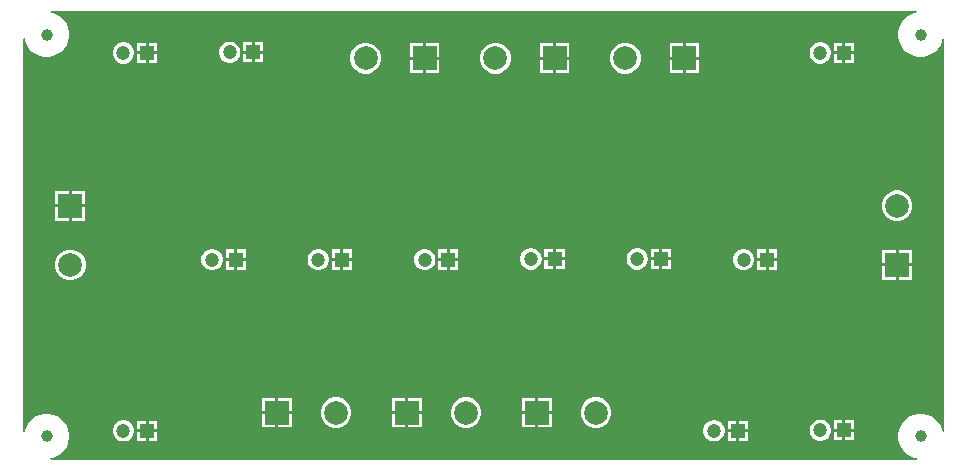
<source format=gbl>
G04*
G04 #@! TF.GenerationSoftware,Altium Limited,Altium Designer,23.2.1 (34)*
G04*
G04 Layer_Physical_Order=2*
G04 Layer_Color=16711680*
%FSLAX44Y44*%
%MOMM*%
G71*
G04*
G04 #@! TF.SameCoordinates,8A9164C7-5861-4A14-A232-5D20C8E6C238*
G04*
G04*
G04 #@! TF.FilePolarity,Positive*
G04*
G01*
G75*
%ADD17C,1.2000*%
%ADD18R,1.2000X1.2000*%
%ADD19C,2.0000*%
%ADD20R,2.0000X2.0000*%
%ADD21R,2.0000X2.0000*%
%ADD24C,1.0000*%
G36*
X766771Y388730D02*
X764458Y388270D01*
X761000Y386838D01*
X757888Y384758D01*
X755242Y382112D01*
X753163Y379000D01*
X751730Y375542D01*
X751000Y371871D01*
Y368129D01*
X751730Y364458D01*
X753163Y361000D01*
X755242Y357888D01*
X757888Y355242D01*
X761000Y353162D01*
X764458Y351730D01*
X768129Y351000D01*
X771871D01*
X775542Y351730D01*
X779000Y353162D01*
X782112Y355242D01*
X784758Y357888D01*
X786838Y361000D01*
X788270Y364458D01*
X788730Y366771D01*
X790000Y366646D01*
Y33354D01*
X788730Y33229D01*
X788270Y35542D01*
X786838Y39000D01*
X784758Y42112D01*
X782112Y44758D01*
X779000Y46838D01*
X775542Y48270D01*
X771871Y49000D01*
X768129D01*
X764458Y48270D01*
X761000Y46838D01*
X757888Y44758D01*
X755242Y42112D01*
X753163Y39000D01*
X751730Y35542D01*
X751000Y31871D01*
Y28129D01*
X751730Y24458D01*
X753163Y21000D01*
X755242Y17888D01*
X757888Y15242D01*
X761000Y13162D01*
X764458Y11730D01*
X766771Y11270D01*
X766646Y10000D01*
X33354D01*
X33229Y11270D01*
X35542Y11730D01*
X39000Y13162D01*
X42112Y15242D01*
X44758Y17888D01*
X46838Y21000D01*
X48270Y24458D01*
X49000Y28129D01*
Y31871D01*
X48270Y35542D01*
X46838Y39000D01*
X44758Y42112D01*
X42112Y44758D01*
X39000Y46838D01*
X35542Y48270D01*
X31871Y49000D01*
X28129D01*
X24458Y48270D01*
X21000Y46838D01*
X17888Y44758D01*
X15242Y42112D01*
X13162Y39000D01*
X11730Y35542D01*
X11270Y33229D01*
X10000Y33354D01*
Y366646D01*
X11270Y366771D01*
X11730Y364458D01*
X13162Y361000D01*
X15242Y357888D01*
X17888Y355242D01*
X21000Y353162D01*
X24458Y351730D01*
X28129Y351000D01*
X31871D01*
X35542Y351730D01*
X39000Y353162D01*
X42112Y355242D01*
X44758Y357888D01*
X46838Y361000D01*
X48270Y364458D01*
X49000Y368129D01*
Y371871D01*
X48270Y375542D01*
X46838Y379000D01*
X44758Y382112D01*
X42112Y384758D01*
X39000Y386838D01*
X35542Y388270D01*
X33229Y388730D01*
X33354Y390000D01*
X766646D01*
X766771Y388730D01*
D02*
G37*
%LPC*%
G36*
X213540Y363540D02*
X206270D01*
Y356270D01*
X213540D01*
Y363540D01*
D02*
G37*
G36*
X203730D02*
X196460D01*
Y356270D01*
X203730D01*
Y363540D01*
D02*
G37*
G36*
X713540Y363040D02*
X706270D01*
Y355770D01*
X713540D01*
Y363040D01*
D02*
G37*
G36*
X703730D02*
X696460D01*
Y355770D01*
X703730D01*
Y363040D01*
D02*
G37*
G36*
X123540D02*
X116270D01*
Y355770D01*
X123540D01*
Y363040D01*
D02*
G37*
G36*
X113730D02*
X106460D01*
Y355770D01*
X113730D01*
Y363040D01*
D02*
G37*
G36*
X362540Y362540D02*
X351270D01*
Y351270D01*
X362540D01*
Y362540D01*
D02*
G37*
G36*
X582540D02*
X571270D01*
Y351270D01*
X582540D01*
Y362540D01*
D02*
G37*
G36*
X472540D02*
X461270D01*
Y351270D01*
X472540D01*
Y362540D01*
D02*
G37*
G36*
X568730D02*
X557460D01*
Y351270D01*
X568730D01*
Y362540D01*
D02*
G37*
G36*
X458730D02*
X447460D01*
Y351270D01*
X458730D01*
Y362540D01*
D02*
G37*
G36*
X348730D02*
X337460D01*
Y351270D01*
X348730D01*
Y362540D01*
D02*
G37*
G36*
X213540Y353730D02*
X206270D01*
Y346460D01*
X213540D01*
Y353730D01*
D02*
G37*
G36*
X203730D02*
X196460D01*
Y346460D01*
X203730D01*
Y353730D01*
D02*
G37*
G36*
X186185Y364000D02*
X183815D01*
X181526Y363387D01*
X179474Y362202D01*
X177798Y360526D01*
X176613Y358474D01*
X176000Y356185D01*
Y353815D01*
X176613Y351526D01*
X177798Y349474D01*
X179474Y347798D01*
X181526Y346613D01*
X183815Y346000D01*
X186185D01*
X188474Y346613D01*
X190526Y347798D01*
X192202Y349474D01*
X193387Y351526D01*
X194000Y353815D01*
Y356185D01*
X193387Y358474D01*
X192202Y360526D01*
X190526Y362202D01*
X188474Y363387D01*
X186185Y364000D01*
D02*
G37*
G36*
X713540Y353230D02*
X706270D01*
Y345960D01*
X713540D01*
Y353230D01*
D02*
G37*
G36*
X703730D02*
X696460D01*
Y345960D01*
X703730D01*
Y353230D01*
D02*
G37*
G36*
X123540D02*
X116270D01*
Y345960D01*
X123540D01*
Y353230D01*
D02*
G37*
G36*
X113730D02*
X106460D01*
Y345960D01*
X113730D01*
Y353230D01*
D02*
G37*
G36*
X686185Y363500D02*
X683815D01*
X681526Y362887D01*
X679474Y361702D01*
X677798Y360026D01*
X676613Y357974D01*
X676000Y355685D01*
Y353315D01*
X676613Y351026D01*
X677798Y348974D01*
X679474Y347298D01*
X681526Y346113D01*
X683815Y345500D01*
X686185D01*
X688474Y346113D01*
X690526Y347298D01*
X692202Y348974D01*
X693387Y351026D01*
X694000Y353315D01*
Y355685D01*
X693387Y357974D01*
X692202Y360026D01*
X690526Y361702D01*
X688474Y362887D01*
X686185Y363500D01*
D02*
G37*
G36*
X96185D02*
X93815D01*
X91526Y362887D01*
X89474Y361702D01*
X87798Y360026D01*
X86613Y357974D01*
X86000Y355685D01*
Y353315D01*
X86613Y351026D01*
X87798Y348974D01*
X89474Y347298D01*
X91526Y346113D01*
X93815Y345500D01*
X96185D01*
X98474Y346113D01*
X100526Y347298D01*
X102202Y348974D01*
X103387Y351026D01*
X104000Y353315D01*
Y355685D01*
X103387Y357974D01*
X102202Y360026D01*
X100526Y361702D01*
X98474Y362887D01*
X96185Y363500D01*
D02*
G37*
G36*
X582540Y348730D02*
X571270D01*
Y337460D01*
X582540D01*
Y348730D01*
D02*
G37*
G36*
X568730D02*
X557460D01*
Y337460D01*
X568730D01*
Y348730D01*
D02*
G37*
G36*
X472540D02*
X461270D01*
Y337460D01*
X472540D01*
Y348730D01*
D02*
G37*
G36*
X458730D02*
X447460D01*
Y337460D01*
X458730D01*
Y348730D01*
D02*
G37*
G36*
X362540D02*
X351270D01*
Y337460D01*
X362540D01*
Y348730D01*
D02*
G37*
G36*
X348730D02*
X337460D01*
Y337460D01*
X348730D01*
Y348730D01*
D02*
G37*
G36*
X521712Y363000D02*
X518288D01*
X514982Y362114D01*
X512018Y360403D01*
X509597Y357982D01*
X507886Y355018D01*
X507000Y351712D01*
Y348288D01*
X507886Y344982D01*
X509597Y342018D01*
X512018Y339597D01*
X514982Y337886D01*
X518288Y337000D01*
X521712D01*
X525018Y337886D01*
X527982Y339597D01*
X530403Y342018D01*
X532114Y344982D01*
X533000Y348288D01*
Y351712D01*
X532114Y355018D01*
X530403Y357982D01*
X527982Y360403D01*
X525018Y362114D01*
X521712Y363000D01*
D02*
G37*
G36*
X411712D02*
X408288D01*
X404982Y362114D01*
X402018Y360403D01*
X399597Y357982D01*
X397886Y355018D01*
X397000Y351712D01*
Y348288D01*
X397886Y344982D01*
X399597Y342018D01*
X402018Y339597D01*
X404982Y337886D01*
X408288Y337000D01*
X411712D01*
X415018Y337886D01*
X417982Y339597D01*
X420403Y342018D01*
X422114Y344982D01*
X423000Y348288D01*
Y351712D01*
X422114Y355018D01*
X420403Y357982D01*
X417982Y360403D01*
X415018Y362114D01*
X411712Y363000D01*
D02*
G37*
G36*
X301712D02*
X298288D01*
X294982Y362114D01*
X292018Y360403D01*
X289597Y357982D01*
X287886Y355018D01*
X287000Y351712D01*
Y348288D01*
X287886Y344982D01*
X289597Y342018D01*
X292018Y339597D01*
X294982Y337886D01*
X298288Y337000D01*
X301712D01*
X305018Y337886D01*
X307982Y339597D01*
X310403Y342018D01*
X312114Y344982D01*
X313000Y348288D01*
Y351712D01*
X312114Y355018D01*
X310403Y357982D01*
X307982Y360403D01*
X305018Y362114D01*
X301712Y363000D01*
D02*
G37*
G36*
X62540Y237540D02*
X51270D01*
Y226270D01*
X62540D01*
Y237540D01*
D02*
G37*
G36*
X48730D02*
X37460D01*
Y226270D01*
X48730D01*
Y237540D01*
D02*
G37*
G36*
X62540Y223730D02*
X51270D01*
Y212460D01*
X62540D01*
Y223730D01*
D02*
G37*
G36*
X48730D02*
X37460D01*
Y212460D01*
X48730D01*
Y223730D01*
D02*
G37*
G36*
X751712Y238000D02*
X748288D01*
X744982Y237114D01*
X742018Y235403D01*
X739597Y232982D01*
X737886Y230018D01*
X737000Y226712D01*
Y223288D01*
X737886Y219982D01*
X739597Y217018D01*
X742018Y214597D01*
X744982Y212886D01*
X748288Y212000D01*
X751712D01*
X755018Y212886D01*
X757982Y214597D01*
X760403Y217018D01*
X762114Y219982D01*
X763000Y223288D01*
Y226712D01*
X762114Y230018D01*
X760403Y232982D01*
X757982Y235403D01*
X755018Y237114D01*
X751712Y238000D01*
D02*
G37*
G36*
X558540Y188540D02*
X551270D01*
Y181270D01*
X558540D01*
Y188540D01*
D02*
G37*
G36*
X548730D02*
X541460D01*
Y181270D01*
X548730D01*
Y188540D01*
D02*
G37*
G36*
X468540D02*
X461270D01*
Y181270D01*
X468540D01*
Y188540D01*
D02*
G37*
G36*
X458730D02*
X451460D01*
Y181270D01*
X458730D01*
Y188540D01*
D02*
G37*
G36*
X648540Y188040D02*
X641270D01*
Y180770D01*
X648540D01*
Y188040D01*
D02*
G37*
G36*
X638730D02*
X631460D01*
Y180770D01*
X638730D01*
Y188040D01*
D02*
G37*
G36*
X378540D02*
X371270D01*
Y180770D01*
X378540D01*
Y188040D01*
D02*
G37*
G36*
X368730D02*
X361460D01*
Y180770D01*
X368730D01*
Y188040D01*
D02*
G37*
G36*
X288540D02*
X281270D01*
Y180770D01*
X288540D01*
Y188040D01*
D02*
G37*
G36*
X278730D02*
X271460D01*
Y180770D01*
X278730D01*
Y188040D01*
D02*
G37*
G36*
X198540D02*
X191270D01*
Y180770D01*
X198540D01*
Y188040D01*
D02*
G37*
G36*
X188730D02*
X181460D01*
Y180770D01*
X188730D01*
Y188040D01*
D02*
G37*
G36*
X762540Y187540D02*
X751270D01*
Y176270D01*
X762540D01*
Y187540D01*
D02*
G37*
G36*
X748730D02*
X737460D01*
Y176270D01*
X748730D01*
Y187540D01*
D02*
G37*
G36*
X558540Y178730D02*
X551270D01*
Y171460D01*
X558540D01*
Y178730D01*
D02*
G37*
G36*
X548730D02*
X541460D01*
Y171460D01*
X548730D01*
Y178730D01*
D02*
G37*
G36*
X468540D02*
X461270D01*
Y171460D01*
X468540D01*
Y178730D01*
D02*
G37*
G36*
X458730D02*
X451460D01*
Y171460D01*
X458730D01*
Y178730D01*
D02*
G37*
G36*
X531185Y189000D02*
X528815D01*
X526526Y188387D01*
X524474Y187202D01*
X522798Y185526D01*
X521613Y183474D01*
X521000Y181185D01*
Y178815D01*
X521613Y176526D01*
X522798Y174474D01*
X524474Y172798D01*
X526526Y171613D01*
X528815Y171000D01*
X531185D01*
X533474Y171613D01*
X535526Y172798D01*
X537202Y174474D01*
X538387Y176526D01*
X539000Y178815D01*
Y181185D01*
X538387Y183474D01*
X537202Y185526D01*
X535526Y187202D01*
X533474Y188387D01*
X531185Y189000D01*
D02*
G37*
G36*
X441185D02*
X438815D01*
X436526Y188387D01*
X434474Y187202D01*
X432798Y185526D01*
X431613Y183474D01*
X431000Y181185D01*
Y178815D01*
X431613Y176526D01*
X432798Y174474D01*
X434474Y172798D01*
X436526Y171613D01*
X438815Y171000D01*
X441185D01*
X443474Y171613D01*
X445526Y172798D01*
X447202Y174474D01*
X448387Y176526D01*
X449000Y178815D01*
Y181185D01*
X448387Y183474D01*
X447202Y185526D01*
X445526Y187202D01*
X443474Y188387D01*
X441185Y189000D01*
D02*
G37*
G36*
X648540Y178230D02*
X641270D01*
Y170960D01*
X648540D01*
Y178230D01*
D02*
G37*
G36*
X638730D02*
X631460D01*
Y170960D01*
X638730D01*
Y178230D01*
D02*
G37*
G36*
X378540D02*
X371270D01*
Y170960D01*
X378540D01*
Y178230D01*
D02*
G37*
G36*
X368730D02*
X361460D01*
Y170960D01*
X368730D01*
Y178230D01*
D02*
G37*
G36*
X288540D02*
X281270D01*
Y170960D01*
X288540D01*
Y178230D01*
D02*
G37*
G36*
X278730D02*
X271460D01*
Y170960D01*
X278730D01*
Y178230D01*
D02*
G37*
G36*
X198540D02*
X191270D01*
Y170960D01*
X198540D01*
Y178230D01*
D02*
G37*
G36*
X188730D02*
X181460D01*
Y170960D01*
X188730D01*
Y178230D01*
D02*
G37*
G36*
X621185Y188500D02*
X618815D01*
X616526Y187887D01*
X614474Y186702D01*
X612798Y185026D01*
X611613Y182974D01*
X611000Y180685D01*
Y178315D01*
X611613Y176026D01*
X612798Y173974D01*
X614474Y172298D01*
X616526Y171113D01*
X618815Y170500D01*
X621185D01*
X623474Y171113D01*
X625526Y172298D01*
X627202Y173974D01*
X628387Y176026D01*
X629000Y178315D01*
Y180685D01*
X628387Y182974D01*
X627202Y185026D01*
X625526Y186702D01*
X623474Y187887D01*
X621185Y188500D01*
D02*
G37*
G36*
X351185D02*
X348815D01*
X346526Y187887D01*
X344474Y186702D01*
X342798Y185026D01*
X341613Y182974D01*
X341000Y180685D01*
Y178315D01*
X341613Y176026D01*
X342798Y173974D01*
X344474Y172298D01*
X346526Y171113D01*
X348815Y170500D01*
X351185D01*
X353474Y171113D01*
X355526Y172298D01*
X357202Y173974D01*
X358387Y176026D01*
X359000Y178315D01*
Y180685D01*
X358387Y182974D01*
X357202Y185026D01*
X355526Y186702D01*
X353474Y187887D01*
X351185Y188500D01*
D02*
G37*
G36*
X261185D02*
X258815D01*
X256526Y187887D01*
X254474Y186702D01*
X252798Y185026D01*
X251613Y182974D01*
X251000Y180685D01*
Y178315D01*
X251613Y176026D01*
X252798Y173974D01*
X254474Y172298D01*
X256526Y171113D01*
X258815Y170500D01*
X261185D01*
X263474Y171113D01*
X265526Y172298D01*
X267202Y173974D01*
X268387Y176026D01*
X269000Y178315D01*
Y180685D01*
X268387Y182974D01*
X267202Y185026D01*
X265526Y186702D01*
X263474Y187887D01*
X261185Y188500D01*
D02*
G37*
G36*
X171185D02*
X168815D01*
X166526Y187887D01*
X164474Y186702D01*
X162798Y185026D01*
X161613Y182974D01*
X161000Y180685D01*
Y178315D01*
X161613Y176026D01*
X162798Y173974D01*
X164474Y172298D01*
X166526Y171113D01*
X168815Y170500D01*
X171185D01*
X173474Y171113D01*
X175526Y172298D01*
X177202Y173974D01*
X178387Y176026D01*
X179000Y178315D01*
Y180685D01*
X178387Y182974D01*
X177202Y185026D01*
X175526Y186702D01*
X173474Y187887D01*
X171185Y188500D01*
D02*
G37*
G36*
X762540Y173730D02*
X751270D01*
Y162460D01*
X762540D01*
Y173730D01*
D02*
G37*
G36*
X748730D02*
X737460D01*
Y162460D01*
X748730D01*
Y173730D01*
D02*
G37*
G36*
X51712Y188000D02*
X48288D01*
X44982Y187114D01*
X42018Y185403D01*
X39597Y182982D01*
X37886Y180018D01*
X37000Y176712D01*
Y173288D01*
X37886Y169982D01*
X39597Y167018D01*
X42018Y164597D01*
X44982Y162886D01*
X48288Y162000D01*
X51712D01*
X55018Y162886D01*
X57982Y164597D01*
X60403Y167018D01*
X62114Y169982D01*
X63000Y173288D01*
Y176712D01*
X62114Y180018D01*
X60403Y182982D01*
X57982Y185403D01*
X55018Y187114D01*
X51712Y188000D01*
D02*
G37*
G36*
X457540Y62540D02*
X446270D01*
Y51270D01*
X457540D01*
Y62540D01*
D02*
G37*
G36*
X443730D02*
X432460D01*
Y51270D01*
X443730D01*
Y62540D01*
D02*
G37*
G36*
X347540D02*
X336270D01*
Y51270D01*
X347540D01*
Y62540D01*
D02*
G37*
G36*
X333730D02*
X322460D01*
Y51270D01*
X333730D01*
Y62540D01*
D02*
G37*
G36*
X237540D02*
X226270D01*
Y51270D01*
X237540D01*
Y62540D01*
D02*
G37*
G36*
X223730D02*
X212460D01*
Y51270D01*
X223730D01*
Y62540D01*
D02*
G37*
G36*
X457540Y48730D02*
X446270D01*
Y37460D01*
X457540D01*
Y48730D01*
D02*
G37*
G36*
X443730D02*
X432460D01*
Y37460D01*
X443730D01*
Y48730D01*
D02*
G37*
G36*
X347540D02*
X336270D01*
Y37460D01*
X347540D01*
Y48730D01*
D02*
G37*
G36*
X333730D02*
X322460D01*
Y37460D01*
X333730D01*
Y48730D01*
D02*
G37*
G36*
X237540D02*
X226270D01*
Y37460D01*
X237540D01*
Y48730D01*
D02*
G37*
G36*
X223730D02*
X212460D01*
Y37460D01*
X223730D01*
Y48730D01*
D02*
G37*
G36*
X496712Y63000D02*
X493288D01*
X489982Y62114D01*
X487018Y60403D01*
X484597Y57982D01*
X482886Y55018D01*
X482000Y51712D01*
Y48288D01*
X482886Y44982D01*
X484597Y42018D01*
X487018Y39597D01*
X489982Y37886D01*
X493288Y37000D01*
X496712D01*
X500018Y37886D01*
X502982Y39597D01*
X505403Y42018D01*
X507114Y44982D01*
X508000Y48288D01*
Y51712D01*
X507114Y55018D01*
X505403Y57982D01*
X502982Y60403D01*
X500018Y62114D01*
X496712Y63000D01*
D02*
G37*
G36*
X386712D02*
X383288D01*
X379982Y62114D01*
X377018Y60403D01*
X374597Y57982D01*
X372886Y55018D01*
X372000Y51712D01*
Y48288D01*
X372886Y44982D01*
X374597Y42018D01*
X377018Y39597D01*
X379982Y37886D01*
X383288Y37000D01*
X386712D01*
X390018Y37886D01*
X392982Y39597D01*
X395403Y42018D01*
X397114Y44982D01*
X398000Y48288D01*
Y51712D01*
X397114Y55018D01*
X395403Y57982D01*
X392982Y60403D01*
X390018Y62114D01*
X386712Y63000D01*
D02*
G37*
G36*
X276712D02*
X273288D01*
X269982Y62114D01*
X267018Y60403D01*
X264597Y57982D01*
X262886Y55018D01*
X262000Y51712D01*
Y48288D01*
X262886Y44982D01*
X264597Y42018D01*
X267018Y39597D01*
X269982Y37886D01*
X273288Y37000D01*
X276712D01*
X280018Y37886D01*
X282982Y39597D01*
X285403Y42018D01*
X287114Y44982D01*
X288000Y48288D01*
Y51712D01*
X287114Y55018D01*
X285403Y57982D01*
X282982Y60403D01*
X280018Y62114D01*
X276712Y63000D01*
D02*
G37*
G36*
X713540Y43540D02*
X706270D01*
Y36270D01*
X713540D01*
Y43540D01*
D02*
G37*
G36*
X703730D02*
X696460D01*
Y36270D01*
X703730D01*
Y43540D01*
D02*
G37*
G36*
X623540Y43040D02*
X616270D01*
Y35770D01*
X623540D01*
Y43040D01*
D02*
G37*
G36*
X613730D02*
X606460D01*
Y35770D01*
X613730D01*
Y43040D01*
D02*
G37*
G36*
X123540D02*
X116270D01*
Y35770D01*
X123540D01*
Y43040D01*
D02*
G37*
G36*
X113730D02*
X106460D01*
Y35770D01*
X113730D01*
Y43040D01*
D02*
G37*
G36*
X713540Y33730D02*
X706270D01*
Y26460D01*
X713540D01*
Y33730D01*
D02*
G37*
G36*
X703730D02*
X696460D01*
Y26460D01*
X703730D01*
Y33730D01*
D02*
G37*
G36*
X686185Y44000D02*
X683815D01*
X681526Y43387D01*
X679474Y42202D01*
X677798Y40526D01*
X676613Y38474D01*
X676000Y36185D01*
Y33815D01*
X676613Y31526D01*
X677798Y29474D01*
X679474Y27798D01*
X681526Y26613D01*
X683815Y26000D01*
X686185D01*
X688474Y26613D01*
X690526Y27798D01*
X692202Y29474D01*
X693387Y31526D01*
X694000Y33815D01*
Y36185D01*
X693387Y38474D01*
X692202Y40526D01*
X690526Y42202D01*
X688474Y43387D01*
X686185Y44000D01*
D02*
G37*
G36*
X623540Y33230D02*
X616270D01*
Y25960D01*
X623540D01*
Y33230D01*
D02*
G37*
G36*
X613730D02*
X606460D01*
Y25960D01*
X613730D01*
Y33230D01*
D02*
G37*
G36*
X123540D02*
X116270D01*
Y25960D01*
X123540D01*
Y33230D01*
D02*
G37*
G36*
X113730D02*
X106460D01*
Y25960D01*
X113730D01*
Y33230D01*
D02*
G37*
G36*
X596185Y43500D02*
X593815D01*
X591526Y42887D01*
X589474Y41702D01*
X587798Y40026D01*
X586613Y37974D01*
X586000Y35685D01*
Y33315D01*
X586613Y31026D01*
X587798Y28974D01*
X589474Y27298D01*
X591526Y26113D01*
X593815Y25500D01*
X596185D01*
X598474Y26113D01*
X600526Y27298D01*
X602202Y28974D01*
X603387Y31026D01*
X604000Y33315D01*
Y35685D01*
X603387Y37974D01*
X602202Y40026D01*
X600526Y41702D01*
X598474Y42887D01*
X596185Y43500D01*
D02*
G37*
G36*
X96185D02*
X93815D01*
X91526Y42887D01*
X89474Y41702D01*
X87798Y40026D01*
X86613Y37974D01*
X86000Y35685D01*
Y33315D01*
X86613Y31026D01*
X87798Y28974D01*
X89474Y27298D01*
X91526Y26113D01*
X93815Y25500D01*
X96185D01*
X98474Y26113D01*
X100526Y27298D01*
X102202Y28974D01*
X103387Y31026D01*
X104000Y33315D01*
Y35685D01*
X103387Y37974D01*
X102202Y40026D01*
X100526Y41702D01*
X98474Y42887D01*
X96185Y43500D01*
D02*
G37*
%LPD*%
D17*
X530000Y180000D02*
D03*
X170000Y179500D02*
D03*
X440000Y180000D02*
D03*
X260000Y179500D02*
D03*
X620000D02*
D03*
X350000D02*
D03*
X95000Y354500D02*
D03*
X185000Y355000D02*
D03*
X95000Y34500D02*
D03*
X685000Y35000D02*
D03*
X595000Y34500D02*
D03*
X685000Y354500D02*
D03*
D18*
X550000Y180000D02*
D03*
X190000Y179500D02*
D03*
X460000Y180000D02*
D03*
X280000Y179500D02*
D03*
X640000D02*
D03*
X370000D02*
D03*
X115000Y354500D02*
D03*
X205000Y355000D02*
D03*
X115000Y34500D02*
D03*
X705000Y35000D02*
D03*
X615000Y34500D02*
D03*
X705000Y354500D02*
D03*
D19*
X50000Y175000D02*
D03*
X300000Y350000D02*
D03*
X275000Y50000D02*
D03*
X385000D02*
D03*
X495000D02*
D03*
X750000Y225000D02*
D03*
X520000Y350000D02*
D03*
X410000D02*
D03*
D20*
X50000Y225000D02*
D03*
X750000Y175000D02*
D03*
D21*
X350000Y350000D02*
D03*
X225000Y50000D02*
D03*
X335000D02*
D03*
X445000D02*
D03*
X570000Y350000D02*
D03*
X460000D02*
D03*
D24*
X30000Y370000D02*
D03*
Y30000D02*
D03*
X770000Y370000D02*
D03*
Y30000D02*
D03*
M02*

</source>
